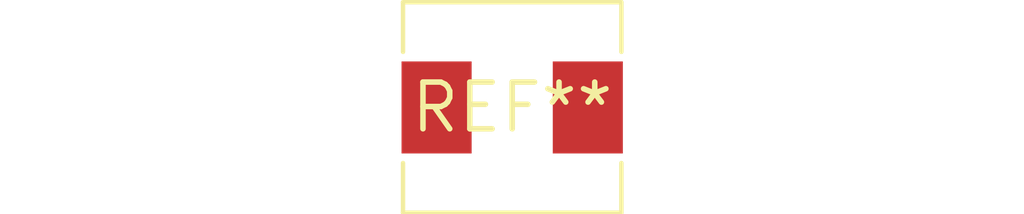
<source format=kicad_pcb>
(kicad_pcb (version 20240108) (generator pcbnew)
  (layers (0 "F.Cu" signal) (31 "B.Cu" signal) (34 "B.Paste" user) (35 "F.Paste" user) (36 "B.SilkS" user "B.Silkscreen") (37 "F.SilkS" user "F.Silkscreen") (38 "B.Mask" user) (39 "F.Mask" user) (44 "Edge.Cuts" user))
  (net 0 "")
  (footprint "L_Chilisin_BMRx00050512-B" (layer "F.Cu") (at 0 0)
    (property "Reference" "REF**")
    (property "Value" "L_Chilisin_BMRx00050512-B")
    (fp_line (start -2.96 -2.86) (end -2.96 -1.51) (layer "F.SilkS") (stroke (width 0.12)))
    (fp_line (start -2.96 -2.86) (end 2.96 -2.86) (layer "F.SilkS") (stroke (width 0.12)))
    (fp_line (start -2.96 2.86) (end -2.96 1.51) (layer "F.SilkS") (stroke (width 0.12)))
    (fp_line (start -2.96 2.86) (end 2.96 2.86) (layer "F.SilkS") (stroke (width 0.12)))
    (fp_line (start 2.96 -2.86) (end 2.96 -1.51) (layer "F.SilkS") (stroke (width 0.12)))
    (fp_line (start 2.96 2.86) (end 2.96 1.51) (layer "F.SilkS") (stroke (width 0.12)))
    (pad "1" smd rect (at -2.05 0) (size 1.9 2.5) (layers "F.Cu" "F.Paste" "F.Mask"))
    (pad "2" smd rect (at 2.05 0) (size 1.9 2.5) (layers "F.Cu" "F.Paste" "F.Mask"))
  )
)
</source>
